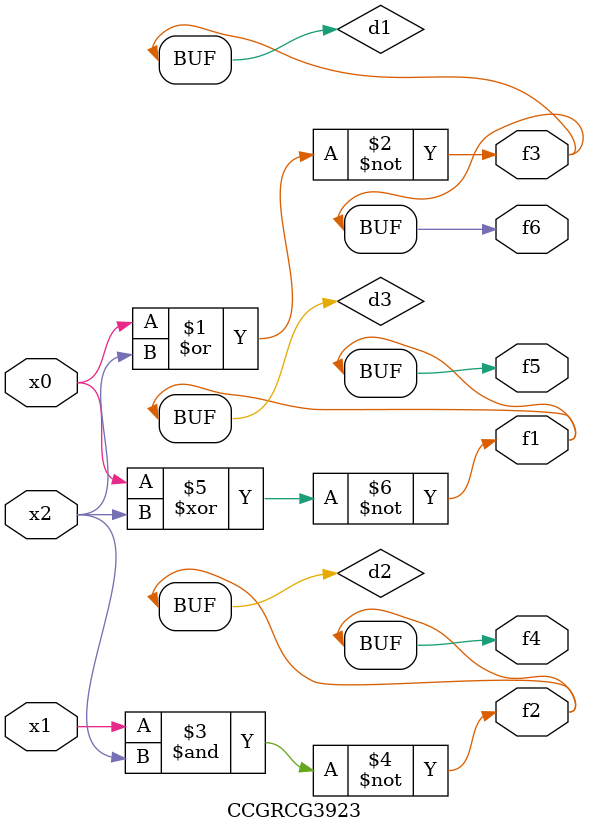
<source format=v>
module CCGRCG3923(
	input x0, x1, x2,
	output f1, f2, f3, f4, f5, f6
);

	wire d1, d2, d3;

	nor (d1, x0, x2);
	nand (d2, x1, x2);
	xnor (d3, x0, x2);
	assign f1 = d3;
	assign f2 = d2;
	assign f3 = d1;
	assign f4 = d2;
	assign f5 = d3;
	assign f6 = d1;
endmodule

</source>
